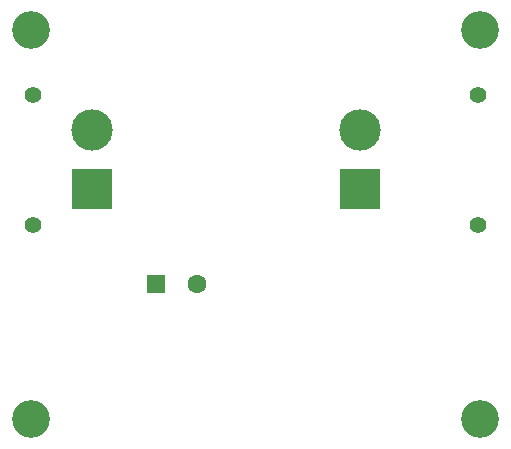
<source format=gbs>
%TF.GenerationSoftware,KiCad,Pcbnew,6.0.11-2627ca5db0~126~ubuntu20.04.1*%
%TF.CreationDate,2023-02-21T17:10:03+08:00*%
%TF.ProjectId,cityscope-can-module,63697479-7363-46f7-9065-2d63616e2d6d,v1.0*%
%TF.SameCoordinates,Original*%
%TF.FileFunction,Soldermask,Bot*%
%TF.FilePolarity,Negative*%
%FSLAX46Y46*%
G04 Gerber Fmt 4.6, Leading zero omitted, Abs format (unit mm)*
G04 Created by KiCad (PCBNEW 6.0.11-2627ca5db0~126~ubuntu20.04.1) date 2023-02-21 17:10:03*
%MOMM*%
%LPD*%
G01*
G04 APERTURE LIST*
%ADD10C,1.400000*%
%ADD11R,3.500000X3.500000*%
%ADD12C,3.500000*%
%ADD13C,3.200000*%
%ADD14R,1.600000X1.600000*%
%ADD15C,1.600000*%
G04 APERTURE END LIST*
D10*
%TO.C,J3*%
X157650000Y-92000000D03*
X157650000Y-81000000D03*
D11*
X162650000Y-89000000D03*
D12*
X162650000Y-84000000D03*
%TD*%
D13*
%TO.C,H2*%
X157500000Y-75500000D03*
%TD*%
D10*
%TO.C,J2*%
X195325000Y-92000000D03*
X195325000Y-81000000D03*
D11*
X185325000Y-89000000D03*
D12*
X185325000Y-84000000D03*
%TD*%
D13*
%TO.C,H1*%
X195500000Y-108500000D03*
%TD*%
%TO.C,H4*%
X195500000Y-75500000D03*
%TD*%
D14*
%TO.C,C10*%
X168044698Y-97000000D03*
D15*
X171544698Y-97000000D03*
%TD*%
D13*
%TO.C,H3*%
X157500000Y-108500000D03*
%TD*%
M02*

</source>
